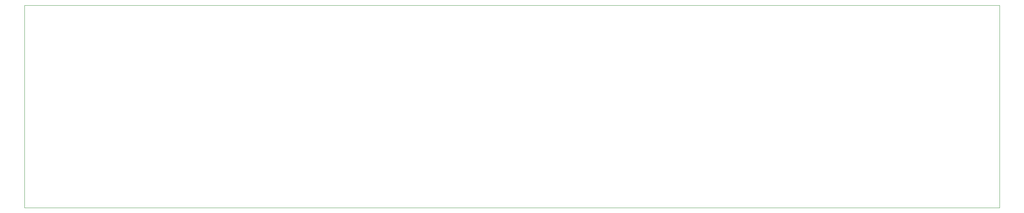
<source format=gbr>
%TF.GenerationSoftware,KiCad,Pcbnew,9.0.0*%
%TF.CreationDate,2025-04-14T19:02:10-07:00*%
%TF.ProjectId,solenoid_10,736f6c65-6e6f-4696-945f-31302e6b6963,rev?*%
%TF.SameCoordinates,Original*%
%TF.FileFunction,Profile,NP*%
%FSLAX46Y46*%
G04 Gerber Fmt 4.6, Leading zero omitted, Abs format (unit mm)*
G04 Created by KiCad (PCBNEW 9.0.0) date 2025-04-14 19:02:10*
%MOMM*%
%LPD*%
G01*
G04 APERTURE LIST*
%TA.AperFunction,Profile*%
%ADD10C,0.050000*%
%TD*%
G04 APERTURE END LIST*
D10*
X106700000Y-64750000D02*
X339700000Y-64750000D01*
X339700000Y-113250000D01*
X106700000Y-113250000D01*
X106700000Y-64750000D01*
M02*

</source>
